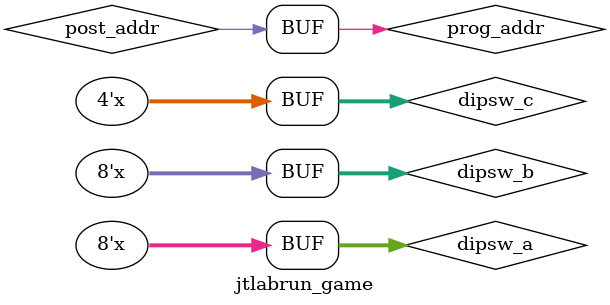
<source format=v>
/*  This file is part of JTCORES.
    JTCORES program is free software: you can redistribute it and/or modify
    it under the terms of the GNU General Public License as published by
    the Free Software Foundation, either version 3 of the License, or
    (at your option) any later version.

    JTCORES program is distributed in the hope that it will be useful,
    but WITHOUT ANY WARRANTY; without even the implied warranty of
    MERCHANTABILITY or FITNESS FOR A PARTICULAR PURPOSE.  See the
    GNU General Public License for more details.

    You should have received a copy of the GNU General Public License
    along with JTCORES.  If not, see <http://www.gnu.org/licenses/>.

    Author: Jose Tejada Gomez. Twitter: @topapate
    Version: 1.0
    Date: 3-10-2020 */

module jtlabrun_game(
    `include "jtframe_game_ports.inc" // see $JTFRAME/hdl/inc/jtframe_game_ports.inc
);

wire        cen12, cen3, cen1p5;
wire        gfx2_cs;

wire [ 7:0] dipsw_a, dipsw_b;
wire [ 3:0] dipsw_c;

wire [13:0] cpu_addr;
wire        gfx_irqn, gfx_ramcs, pal_cs;
wire        cpu_cen, cpu_rnw, cpu_irqn, cpu_nmin;
wire [ 7:0] gfx_dout, pal_dout, cpu_dout, st_video;

assign { dipsw_c, dipsw_b, dipsw_a } = dipsw[19:0];
assign debug_view = st_video;

always @* begin
    post_addr = prog_addr;
    if( prog_addr<'h8000 )
        post_addr[14] = ~post_addr[14];
end

jtframe_cen24 u_cen(
    .clk        ( clk24         ),    // 24 MHz
    .cen12      ( cen12         ),
    .cen8       (               ),
    .cen6       (               ),
    .cen4       (               ),
    .cen3       ( cen3          ),
    .cen3q      (               ), // 1/4 advanced with respect to cen3
    .cen1p5     ( cen1p5        ),
    // 180 shifted signals
    .cen12b     (               ),
    .cen6b      (               ),
    .cen3b      (               ),
    .cen3qb     (               ),
    .cen1p5b    (               )
);

`ifdef GFX_ONLY
jtlabrun_simloader u_simloader(
    .rst        ( rst24         ),
    .clk        ( clk24         ),
    .cpu_cen    ( cpu_cen       ),
    // GFX
    .cpu_addr   ( cpu_addr      ),
    .cpu_dout   ( cpu_dout      ),
    .cpu_rnw    ( cpu_rnw       ),
    .gfx_cs     ( gfx_ramcs     ),
    .pal_cs     ( pal_cs        )
);
`else
`ifndef NOMAIN
jtlabrun_main u_main(
    .clk            ( clk24         ),        // 24 MHz
    .rst            ( rst24         ),
    .cen12          ( cen12         ),
    .cen3           ( cen3          ),
    .cpu_cen        ( cpu_cen       ),
    // ROM
    .rom_addr       ( main_addr     ),
    .rom_cs         ( main_cs       ),
    .rom_data       ( main_data     ),
    .rom_ok         ( main_ok       ),
    // cabinet I/O
    .start_button   ( start_button  ),
    .coin_input     ( coin_input    ),
    .joystick1      ( joystick1     ),
    .joystick2      ( joystick2     ),
    .service        ( service       ),
    // GFX
    .gfx_addr       ( cpu_addr      ),
    .cpu_dout       ( cpu_dout      ),
    .cpu_rnw        ( cpu_rnw       ),
    .gfx_irqn       ( cpu_irqn      ),
    .gfx_nmin       ( cpu_nmin      ),
    .gfx_cs         ( gfx_ramcs     ),
    .pal_cs         ( pal_cs        ),

    .gfx_dout       ( gfx_dout      ),
    .pal_dout       ( pal_dout      ),

    // DIP switches
    .dip_pause      ( dip_pause     ),
    .dipsw_a        ( dipsw_a       ),
    .dipsw_b        ( dipsw_b       ),
    .dipsw_c        ( dipsw_c       ),
    // Sound
    .snd            ( snd           ),
    .sample         ( sample        ),
    .peak           ( game_led      )
);
`else
assign main_cs = 0;
`endif
`endif

`ifndef NOVIDEO
jtlabrun_video u_video (
    .rst            ( rst           ),
    .clk            ( clk           ),
    .clk24          ( clk24         ),
    .pxl2_cen       ( pxl2_cen      ),
    .pxl_cen        ( pxl_cen       ),
    .LHBL           ( LHBL          ),
    .LVBL           ( LVBL          ),
    .HS             ( HS            ),
    .VS             ( VS            ),
    .flip           ( dip_flip      ),
    .dip_pause      ( dip_pause     ),
    .start_button   ( &start_button ),
    // PROMs
    .prom_we        ( prom_we       ),
    .prog_addr      ( prog_addr[8:0]),
    .prog_data      ( prog_data[3:0]),
    // GFX - CPU interface
    .cpu_irqn       ( cpu_irqn      ),
    .cpu_nmin       ( cpu_nmin      ),
    .gfx_cs         ( gfx_ramcs     ),
    .pal_cs         ( pal_cs        ),
    .cpu_rnw        ( cpu_rnw       ),
    .cpu_cen        ( cpu_cen       ),
    .cpu_addr       ( cpu_addr      ),
    .cpu_dout       ( cpu_dout      ),
    .gfx_dout       ( gfx_dout      ),
    .pal_dout       ( pal_dout      ),
    // SDRAM
    .gfx_addr       (  gfx_addr     ),
    .gfx_data       (  gfx_data     ),
    .gfx_ok         (  gfx_ok       ),
    .gfx_romcs      (  gfx_cs       ),
    // pixels
    .red            ( red           ),
    .green          ( green         ),
    .blue           ( blue          ),
    // Test
    .gfx_en         ( gfx_en        ),
    .debug_bus      ( debug_bus     ),
    .st_dout        ( st_video      )
);
`endif

endmodule
</source>
